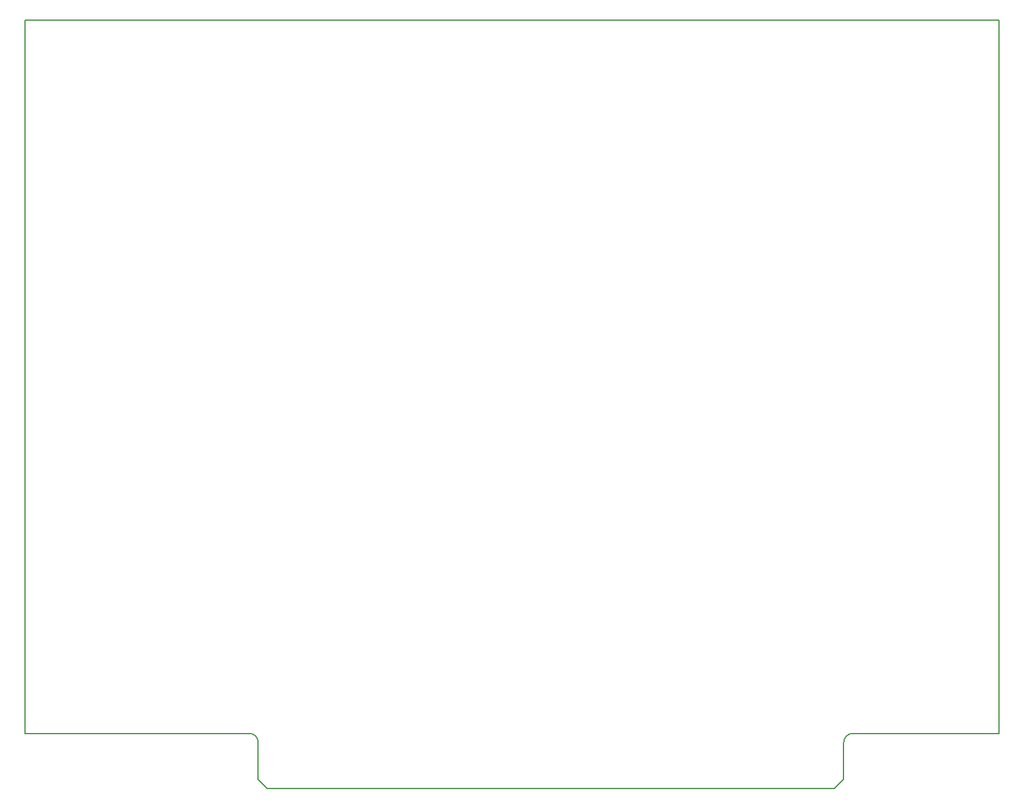
<source format=gm1>
G04 #@! TF.FileFunction,Profile,NP*
%FSLAX46Y46*%
G04 Gerber Fmt 4.6, Leading zero omitted, Abs format (unit mm)*
G04 Created by KiCad (PCBNEW 4.0.7) date 07/16/18 15:38:04*
%MOMM*%
%LPD*%
G01*
G04 APERTURE LIST*
%ADD10C,0.100000*%
%ADD11C,0.150000*%
G04 APERTURE END LIST*
D10*
D11*
X181610000Y-133350000D02*
X181610000Y-128270000D01*
X180340000Y-134620000D02*
X181610000Y-133350000D01*
X101600000Y-134620000D02*
X180340000Y-134620000D01*
X100330000Y-133350000D02*
X101600000Y-134620000D01*
X100330000Y-128270000D02*
X100330000Y-133350000D01*
X203200000Y-127000000D02*
X182880000Y-127000000D01*
X203200000Y-27940000D02*
X203200000Y-127000000D01*
X67945000Y-27940000D02*
X203200000Y-27940000D01*
X67945000Y-127000000D02*
X67945000Y-27940000D01*
X99060000Y-127000000D02*
X67945000Y-127000000D01*
X100330000Y-128270000D02*
G75*
G03X99060000Y-127000000I-1270000J0D01*
G01*
X182880000Y-127000000D02*
G75*
G03X181610000Y-128270000I0J-1270000D01*
G01*
M02*

</source>
